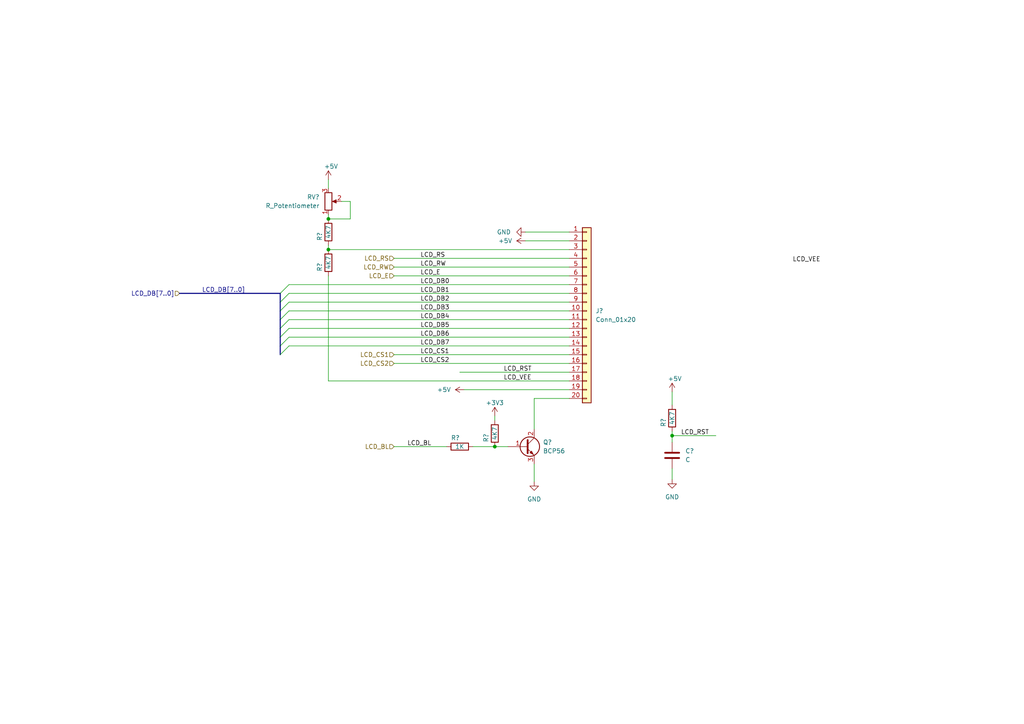
<source format=kicad_sch>
(kicad_sch (version 20211123) (generator eeschema)
  (paper "A4")
  (lib_symbols
    (symbol "Connector_Generic:Conn_01x20" (pin_names (offset 1.016) hide)
      (property "Reference" "J" (at 0 25.4 0))
      (property "Value" "Conn_01x20" (at 0 -27.94 0))
      (symbol "Conn_01x20_1_1"
        (rectangle (start -1.27 -25.273) (end 0 -25.527) (stroke (width 0.1524)))
        (rectangle (start -1.27 -22.733) (end 0 -22.987) (stroke (width 0.1524)))
        (rectangle (start -1.27 -20.193) (end 0 -20.447) (stroke (width 0.1524)))
        (rectangle (start -1.27 -17.653) (end 0 -17.907) (stroke (width 0.1524)))
        (rectangle (start -1.27 -15.113) (end 0 -15.367) (stroke (width 0.1524)))
        (rectangle (start -1.27 -12.573) (end 0 -12.827) (stroke (width 0.1524)))
        (rectangle (start -1.27 -10.033) (end 0 -10.287) (stroke (width 0.1524)))
        (rectangle (start -1.27 -7.493) (end 0 -7.747) (stroke (width 0.1524)))
        (rectangle (start -1.27 -4.953) (end 0 -5.207) (stroke (width 0.1524)))
        (rectangle (start -1.27 -2.413) (end 0 -2.667) (stroke (width 0.1524)))
        (rectangle (start -1.27 0.127) (end 0 -0.127) (stroke (width 0.1524)))
        (rectangle (start -1.27 2.667) (end 0 2.413) (stroke (width 0.1524)))
        (rectangle (start -1.27 5.207) (end 0 4.953) (stroke (width 0.1524)))
        (rectangle (start -1.27 7.747) (end 0 7.493) (stroke (width 0.1524)))
        (rectangle (start -1.27 10.287) (end 0 10.033) (stroke (width 0.1524)))
        (rectangle (start -1.27 12.827) (end 0 12.573) (stroke (width 0.1524)))
        (rectangle (start -1.27 15.367) (end 0 15.113) (stroke (width 0.1524)))
        (rectangle (start -1.27 17.907) (end 0 17.653) (stroke (width 0.1524)))
        (rectangle (start -1.27 20.447) (end 0 20.193) (stroke (width 0.1524)))
        (rectangle (start -1.27 22.987) (end 0 22.733) (stroke (width 0.1524)))
        (rectangle (start -1.27 24.13) (end 1.27 -26.67) (stroke (width 0.254)) (fill (type background)))
        (pin passive line (at -5.08 22.86 0) (length 3.81) (name "Pin_1") (number "1"))
        (pin passive line (at -5.08 0 0) (length 3.81) (name "Pin_10") (number "10"))
        (pin passive line (at -5.08 -2.54 0) (length 3.81) (name "Pin_11") (number "11"))
        (pin passive line (at -5.08 -5.08 0) (length 3.81) (name "Pin_12") (number "12"))
        (pin passive line (at -5.08 -7.62 0) (length 3.81) (name "Pin_13") (number "13"))
        (pin passive line (at -5.08 -10.16 0) (length 3.81) (name "Pin_14") (number "14"))
        (pin passive line (at -5.08 -12.7 0) (length 3.81) (name "Pin_15") (number "15"))
        (pin passive line (at -5.08 -15.24 0) (length 3.81) (name "Pin_16") (number "16"))
        (pin passive line (at -5.08 -17.78 0) (length 3.81) (name "Pin_17") (number "17"))
        (pin passive line (at -5.08 -20.32 0) (length 3.81) (name "Pin_18") (number "18"))
        (pin passive line (at -5.08 -22.86 0) (length 3.81) (name "Pin_19") (number "19"))
        (pin passive line (at -5.08 20.32 0) (length 3.81) (name "Pin_2") (number "2"))
        (pin passive line (at -5.08 -25.4 0) (length 3.81) (name "Pin_20") (number "20"))
        (pin passive line (at -5.08 17.78 0) (length 3.81) (name "Pin_3") (number "3"))
        (pin passive line (at -5.08 15.24 0) (length 3.81) (name "Pin_4") (number "4"))
        (pin passive line (at -5.08 12.7 0) (length 3.81) (name "Pin_5") (number "5"))
        (pin passive line (at -5.08 10.16 0) (length 3.81) (name "Pin_6") (number "6"))
        (pin passive line (at -5.08 7.62 0) (length 3.81) (name "Pin_7") (number "7"))
        (pin passive line (at -5.08 5.08 0) (length 3.81) (name "Pin_8") (number "8"))
        (pin passive line (at -5.08 2.54 0) (length 3.81) (name "Pin_9") (number "9"))
      )
    )
    (symbol "Device:C" (pin_numbers hide) (pin_names (offset 0.254))
      (property "Reference" "C" (at 0.635 2.54 0))
      (property "Value" "C" (at 0.635 -2.54 0))
      (symbol "C_0_1"
        (polyline (pts (xy -2.032 -0.762) (xy 2.032 -0.762)) (stroke (width 0.508)))
        (polyline (pts (xy -2.032 0.762) (xy 2.032 0.762)) (stroke (width 0.508)))
      )
      (symbol "C_1_1"
        (pin passive line (at 0 3.81 270) (length 2.794) (name "~") (number "1"))
        (pin passive line (at 0 -3.81 90) (length 2.794) (name "~") (number "2"))
      )
    )
    (symbol "Device:R" (pin_numbers hide) (pin_names (offset 0))
      (property "Reference" "R" (at 2.032 0 90))
      (property "Value" "R" (at 0 0 90))
      (symbol "R_0_1"
        (rectangle (start -1.016 -2.54) (end 1.016 2.54) (stroke (width 0.254)))
      )
      (symbol "R_1_1"
        (pin passive line (at 0 3.81 270) (length 1.27) (name "~") (number "1"))
        (pin passive line (at 0 -3.81 90) (length 1.27) (name "~") (number "2"))
      )
    )
    (symbol "Device:R_Potentiometer" (pin_names (offset 1.016) hide)
      (property "Reference" "RV" (at -4.445 0 90))
      (property "Value" "R_Potentiometer" (at -2.54 0 90))
      (symbol "R_Potentiometer_0_1"
        (polyline (pts (xy 2.54 0) (xy 1.524 0)))
        (polyline (pts (xy 1.143 0) (xy 2.286 0.508) (xy 2.286 -0.508) (xy 1.143 0)) (fill (type outline)))
        (rectangle (start 1.016 2.54) (end -1.016 -2.54) (stroke (width 0.254)))
      )
      (symbol "R_Potentiometer_1_1"
        (pin passive line (at 0 3.81 270) (length 1.27) (name "1") (number "1"))
        (pin passive line (at 3.81 0 180) (length 1.27) (name "2") (number "2"))
        (pin passive line (at 0 -3.81 90) (length 1.27) (name "3") (number "3"))
      )
    )
    (symbol "Transistor_BJT:BCP56" (pin_names (offset 0) hide)
      (property "Reference" "Q" (at 5.08 1.905 0))
      (property "Value" "BCP56" (at 5.08 0 0))
      (symbol "BCP56_0_1"
        (polyline (pts (xy 0.635 0.635) (xy 2.54 2.54)))
        (polyline (pts (xy 0.635 -0.635) (xy 2.54 -2.54) (xy 2.54 -2.54)))
        (polyline (pts (xy 0.635 1.905) (xy 0.635 -1.905) (xy 0.635 -1.905)) (stroke (width 0.508)))
        (polyline (pts (xy 1.27 -1.778) (xy 1.778 -1.27) (xy 2.286 -2.286) (xy 1.27 -1.778) (xy 1.27 -1.778)) (fill (type outline)))
        (circle (center 1.27 0) (radius 2.8194) (stroke (width 0.254)))
      )
      (symbol "BCP56_1_1"
        (pin input line (at -5.08 0 0) (length 5.715) (name "B") (number "1"))
        (pin passive line (at 2.54 5.08 270) (length 2.54) (name "C") (number "2"))
        (pin passive line (at 2.54 -5.08 90) (length 2.54) (name "E") (number "3"))
        (pin passive line (at 2.54 5.08 270) (length 2.54) hide (name "C") (number "4"))
      )
    )
    (symbol "power:+3.3V" (power) (pin_names (offset 0))
      (property "Value" "+3.3V" (at 0 3.556 0))
      (symbol "+3.3V_0_1"
        (polyline (pts (xy -0.762 1.27) (xy 0 2.54)))
        (polyline (pts (xy 0 0) (xy 0 2.54)))
        (polyline (pts (xy 0 2.54) (xy 0.762 1.27)))
      )
      (symbol "+3.3V_1_1"
        (pin power_in line (at 0 0 90) (length 0) hide (name "+3V3") (number "1"))
      )
    )
    (symbol "power:+5V" (power) (pin_names (offset 0))
      (property "Value" "+5V" (at 0 3.556 0))
      (symbol "+5V_0_1"
        (polyline (pts (xy -0.762 1.27) (xy 0 2.54)))
        (polyline (pts (xy 0 0) (xy 0 2.54)))
        (polyline (pts (xy 0 2.54) (xy 0.762 1.27)))
      )
      (symbol "+5V_1_1"
        (pin power_in line (at 0 0 90) (length 0) hide (name "+5V") (number "1"))
      )
    )
    (symbol "power:GND" (power) (pin_names (offset 0))
      (property "Value" "GND" (at 0 -3.81 0))
      (symbol "GND_0_1"
        (polyline (pts (xy 0 0) (xy 0 -1.27) (xy 1.27 -1.27) (xy 0 -2.54) (xy -1.27 -1.27) (xy 0 -1.27)))
      )
      (symbol "GND_1_1"
        (pin power_in line (at 0 0 270) (length 0) hide (name "GND") (number "1"))
      )
    )
  )
  (junction (at 95.25 63.5))
  (junction (at 194.945 126.365))
  (junction (at 95.25 72.39))
  (junction (at 143.51 129.54))
  (bus_entry (at 83.82 87.63) (size -2.54 2.54))
  (bus_entry (at 83.82 100.33) (size -2.54 2.54))
  (bus_entry (at 83.82 90.17) (size -2.54 2.54))
  (bus_entry (at 83.82 85.09) (size -2.54 2.54))
  (bus_entry (at 83.82 95.25) (size -2.54 2.54))
  (bus_entry (at 83.82 97.79) (size -2.54 2.54))
  (bus_entry (at 83.82 82.55) (size -2.54 2.54))
  (bus_entry (at 83.82 92.71) (size -2.54 2.54))
  (wire (pts (xy 133.35 107.95) (xy 165.1 107.95)))
  (wire (pts (xy 194.945 113.665) (xy 194.945 117.475)))
  (wire (pts (xy 101.6 63.5) (xy 95.25 63.5)))
  (wire (pts (xy 114.3 80.01) (xy 165.1 80.01)))
  (wire (pts (xy 101.6 58.42) (xy 101.6 63.5)))
  (wire (pts (xy 95.25 72.39) (xy 165.1 72.39)))
  (bus (pts (xy 81.28 100.33) (xy 81.28 97.79)))
  (wire (pts (xy 194.945 126.365) (xy 207.645 126.365)))
  (bus (pts (xy 81.28 85.09) (xy 52.07 85.09)))
  (bus (pts (xy 81.28 97.79) (xy 81.28 95.25)))
  (bus (pts (xy 81.28 90.17) (xy 81.28 87.63)))
  (wire (pts (xy 154.94 134.62) (xy 154.94 139.7)))
  (wire (pts (xy 83.82 90.17) (xy 165.1 90.17)))
  (wire (pts (xy 137.16 129.54) (xy 143.51 129.54)))
  (wire (pts (xy 95.25 62.23) (xy 95.25 63.5)))
  (wire (pts (xy 83.82 92.71) (xy 165.1 92.71)))
  (wire (pts (xy 99.06 58.42) (xy 101.6 58.42)))
  (wire (pts (xy 165.1 115.57) (xy 154.94 115.57)))
  (wire (pts (xy 194.945 125.095) (xy 194.945 126.365)))
  (wire (pts (xy 152.4 67.31) (xy 165.1 67.31)))
  (wire (pts (xy 152.4 69.85) (xy 165.1 69.85)))
  (wire (pts (xy 114.3 102.87) (xy 165.1 102.87)))
  (bus (pts (xy 81.28 95.25) (xy 81.28 92.71)))
  (wire (pts (xy 83.82 97.79) (xy 165.1 97.79)))
  (wire (pts (xy 114.3 105.41) (xy 165.1 105.41)))
  (wire (pts (xy 194.945 126.365) (xy 194.945 128.27)))
  (wire (pts (xy 143.51 120.65) (xy 143.51 121.92)))
  (wire (pts (xy 95.25 52.07) (xy 95.25 54.61)))
  (wire (pts (xy 154.94 115.57) (xy 154.94 124.46)))
  (bus (pts (xy 81.28 87.63) (xy 81.28 85.09)))
  (wire (pts (xy 83.82 85.09) (xy 165.1 85.09)))
  (wire (pts (xy 83.82 87.63) (xy 165.1 87.63)))
  (wire (pts (xy 95.25 110.49) (xy 165.1 110.49)))
  (bus (pts (xy 81.28 102.87) (xy 81.28 100.33)))
  (wire (pts (xy 114.3 129.54) (xy 129.54 129.54)))
  (wire (pts (xy 114.3 77.47) (xy 165.1 77.47)))
  (wire (pts (xy 95.25 71.12) (xy 95.25 72.39)))
  (wire (pts (xy 83.82 100.33) (xy 165.1 100.33)))
  (bus (pts (xy 81.28 92.71) (xy 81.28 90.17)))
  (wire (pts (xy 134.62 113.03) (xy 165.1 113.03)))
  (wire (pts (xy 143.51 129.54) (xy 147.32 129.54)))
  (wire (pts (xy 114.3 74.93) (xy 165.1 74.93)))
  (wire (pts (xy 194.945 135.89) (xy 194.945 139.065)))
  (wire (pts (xy 95.25 80.01) (xy 95.25 110.49)))
  (wire (pts (xy 83.82 82.55) (xy 165.1 82.55)))
  (wire (pts (xy 83.82 95.25) (xy 165.1 95.25)))
  (label "LCD_CS2" (at 121.92 105.41 0))
  (label "LCD_DB5" (at 121.92 95.25 0))
  (label "LCD_RW" (at 121.92 77.47 0))
  (label "LCD_CS1" (at 121.92 102.87 0))
  (label "LCD_RST" (at 146.05 107.95 0))
  (label "LCD_BL" (at 118.11 129.54 0))
  (label "LCD_DB7" (at 121.92 100.33 0))
  (label "LCD_DB[7..0]" (at 71.1589 85.09 180))
  (label "LCD_DB3" (at 121.92 90.17 0))
  (label "LCD_DB1" (at 121.92 85.09 0))
  (label "LCD_VEE" (at 229.87 76.2 0))
  (label "LCD_DB0" (at 121.92 82.55 0))
  (label "LCD_E" (at 121.92 80.01 0))
  (label "LCD_DB4" (at 121.92 92.71 0))
  (label "LCD_VEE" (at 146.05 110.49 0))
  (label "LCD_DB2" (at 121.92 87.63 0))
  (label "LCD_RST" (at 197.485 126.365 0))
  (label "LCD_RS" (at 121.92 74.93 0))
  (label "LCD_DB6" (at 121.92 97.79 0))
  (hierarchical_label "LCD_BL" (shape input) (at 114.3 129.54 180))
  (hierarchical_label "LCD_CS1" (shape input) (at 114.3 102.87 180))
  (hierarchical_label "LCD_CS2" (shape input) (at 114.3 105.41 180))
  (hierarchical_label "LCD_E" (shape input) (at 114.3 80.01 180))
  (hierarchical_label "LCD_RS" (shape input) (at 114.3 74.93 180))
  (hierarchical_label "LCD_RW" (shape input) (at 114.3 77.47 180))
  (hierarchical_label "LCD_DB[7..0]" (shape input) (at 52.07 85.09 180))
  (symbol (lib_id "power:+3.3V") (at 143.51 120.65 0) (unit 1)
    (property "Reference" "#PWR?" (effects hide))
    (property "Value" "+3.3V" (at 143.51 116.84 0))
  )
  (symbol (lib_id "power:+5V") (at 152.4 69.85 90) (unit 1)
    (property "Reference" "#PWR?" (effects hide))
    (property "Value" "+5V" (at 148.59 69.8499 90) (effects (justify left)))
  )
  (symbol (lib_id "Device:R_Potentiometer") (at 95.25 58.42 0) (mirror x) (unit 1)
    (property "Reference" "RV?" (at 92.71 57.1499 0) (effects (justify right)))
    (property "Value" "R_Potentiometer" (at 92.71 59.6899 0) (effects (justify right)))
  )
  (symbol (lib_id "power:GND") (at 194.945 139.065 0) (unit 1)
    (property "Reference" "#PWR?" (effects hide))
    (property "Value" "GND" (at 194.945 144.145 0))
  )
  (symbol (lib_id "Transistor_BJT:BCP56") (at 152.4 129.54 0) (unit 1)
    (property "Reference" "Q?" (at 157.48 128.2699 0) (effects (justify left)))
    (property "Value" "BCP56" (at 157.48 130.8099 0) (effects (justify left)))
    (property "Footprint" "Package_TO_SOT_SMD:SOT-223-3_TabPin2" (effects hide))
    (property "Datasheet" "http://cache.nxp.com/documents/data_sheet/BCP56_BCX56_BC56PA.pdf?pspll=1" (effects hide))
  )
  (symbol (lib_id "power:GND") (at 152.4 67.31 270) (unit 1)
    (property "Reference" "#PWR?" (effects hide))
    (property "Value" "GND" (at 144.0922 67.31 90) (effects (justify left)))
  )
  (symbol (lib_id "Device:R") (at 95.25 76.2 180) (unit 1)
    (property "Reference" "R?" (at 92.71 77.47 90))
    (property "Value" "4K7" (at 95.25 76.2 90))
  )
  (symbol (lib_id "Device:R") (at 143.51 125.73 180) (unit 1)
    (property "Reference" "R?" (at 140.97 127 90))
    (property "Value" "4K7" (at 143.51 125.73 90))
  )
  (symbol (lib_id "power:+5V") (at 194.945 113.665 0) (unit 1)
    (property "Reference" "#PWR?" (effects hide))
    (property "Value" "+5V" (at 193.675 109.855 0) (effects (justify left)))
  )
  (symbol (lib_id "Connector_Generic:Conn_01x20") (at 170.18 90.17 0) (unit 1)
    (property "Reference" "J?" (at 172.72 90.1699 0) (effects (justify left)))
    (property "Value" "Conn_01x20" (at 172.72 92.7099 0) (effects (justify left)))
  )
  (symbol (lib_id "Device:C") (at 194.945 132.08 0) (unit 1)
    (property "Reference" "C?" (at 198.755 130.8099 0) (effects (justify left)))
    (property "Value" "C" (at 198.755 133.3499 0) (effects (justify left)))
  )
  (symbol (lib_id "Device:R") (at 194.945 121.285 180) (unit 1)
    (property "Reference" "R?" (at 192.405 122.555 90))
    (property "Value" "4K7" (at 194.945 121.285 90))
  )
  (symbol (lib_id "Device:R") (at 133.35 129.54 90) (unit 1)
    (property "Reference" "R?" (at 132.08 127 90))
    (property "Value" "1K" (at 133.35 129.54 90))
  )
  (symbol (lib_id "power:+5V") (at 95.25 52.07 0) (unit 1)
    (property "Reference" "#PWR?" (effects hide))
    (property "Value" "+5V" (at 93.98 48.26 0) (effects (justify left)))
  )
  (symbol (lib_id "Device:R") (at 95.25 67.31 180) (unit 1)
    (property "Reference" "R?" (at 92.71 68.58 90))
    (property "Value" "4K7" (at 95.25 67.31 90))
  )
  (symbol (lib_id "power:+5V") (at 134.62 113.03 90) (unit 1)
    (property "Reference" "#PWR?" (effects hide))
    (property "Value" "+5V" (at 130.81 113.0299 90) (effects (justify left)))
  )
  (symbol (lib_id "power:GND") (at 154.94 139.7 0) (unit 1)
    (property "Reference" "#PWR?" (effects hide))
    (property "Value" "GND" (at 154.94 144.78 0))
  )
)
</source>
